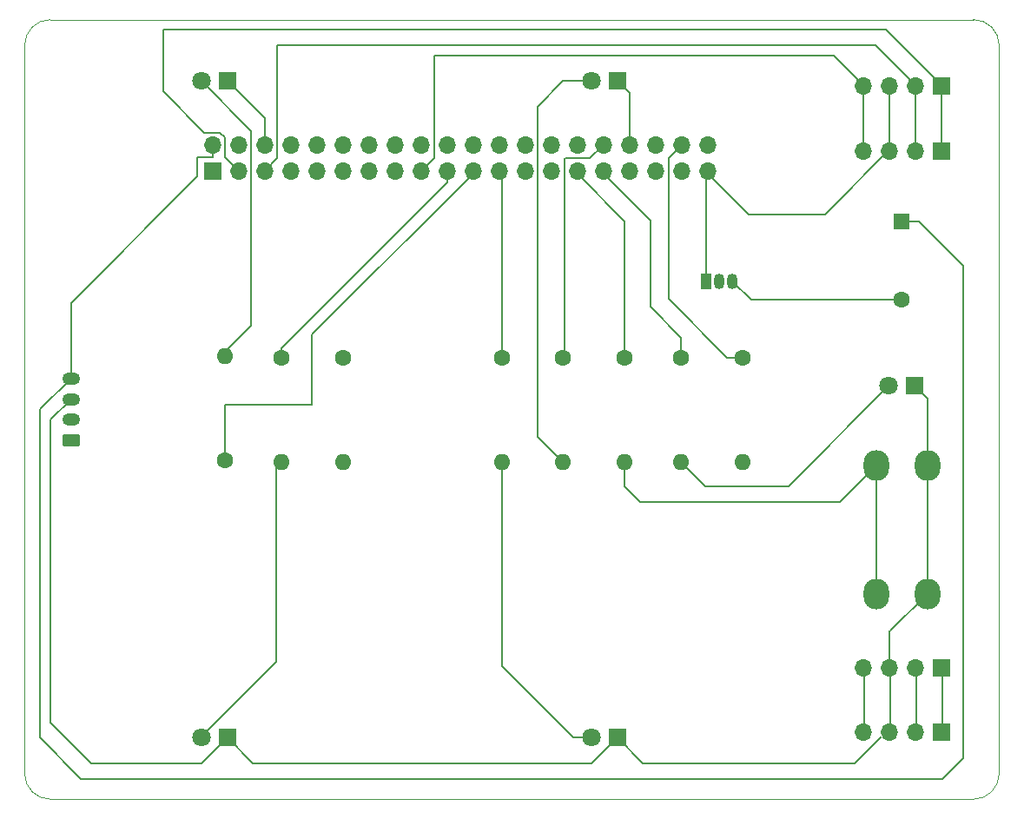
<source format=gbr>
%TF.GenerationSoftware,KiCad,Pcbnew,8.0.1*%
%TF.CreationDate,2024-04-28T12:21:07+02:00*%
%TF.ProjectId,IoT-Project,496f542d-5072-46f6-9a65-63742e6b6963,rev?*%
%TF.SameCoordinates,Original*%
%TF.FileFunction,Copper,L2,Bot*%
%TF.FilePolarity,Positive*%
%FSLAX46Y46*%
G04 Gerber Fmt 4.6, Leading zero omitted, Abs format (unit mm)*
G04 Created by KiCad (PCBNEW 8.0.1) date 2024-04-28 12:21:07*
%MOMM*%
%LPD*%
G01*
G04 APERTURE LIST*
G04 Aperture macros list*
%AMRoundRect*
0 Rectangle with rounded corners*
0 $1 Rounding radius*
0 $2 $3 $4 $5 $6 $7 $8 $9 X,Y pos of 4 corners*
0 Add a 4 corners polygon primitive as box body*
4,1,4,$2,$3,$4,$5,$6,$7,$8,$9,$2,$3,0*
0 Add four circle primitives for the rounded corners*
1,1,$1+$1,$2,$3*
1,1,$1+$1,$4,$5*
1,1,$1+$1,$6,$7*
1,1,$1+$1,$8,$9*
0 Add four rect primitives between the rounded corners*
20,1,$1+$1,$2,$3,$4,$5,0*
20,1,$1+$1,$4,$5,$6,$7,0*
20,1,$1+$1,$6,$7,$8,$9,0*
20,1,$1+$1,$8,$9,$2,$3,0*%
G04 Aperture macros list end*
%TA.AperFunction,ComponentPad*%
%ADD10R,1.800000X1.800000*%
%TD*%
%TA.AperFunction,ComponentPad*%
%ADD11C,1.800000*%
%TD*%
%TA.AperFunction,ComponentPad*%
%ADD12C,1.600000*%
%TD*%
%TA.AperFunction,ComponentPad*%
%ADD13O,1.600000X1.600000*%
%TD*%
%TA.AperFunction,ComponentPad*%
%ADD14R,1.700000X1.700000*%
%TD*%
%TA.AperFunction,ComponentPad*%
%ADD15O,1.700000X1.700000*%
%TD*%
%TA.AperFunction,ComponentPad*%
%ADD16R,1.600000X1.600000*%
%TD*%
%TA.AperFunction,ComponentPad*%
%ADD17O,2.500000X3.000000*%
%TD*%
%TA.AperFunction,ComponentPad*%
%ADD18R,1.050000X1.500000*%
%TD*%
%TA.AperFunction,ComponentPad*%
%ADD19O,1.050000X1.500000*%
%TD*%
%TA.AperFunction,ComponentPad*%
%ADD20RoundRect,0.250000X0.625000X-0.350000X0.625000X0.350000X-0.625000X0.350000X-0.625000X-0.350000X0*%
%TD*%
%TA.AperFunction,ComponentPad*%
%ADD21O,1.750000X1.200000*%
%TD*%
%TA.AperFunction,Conductor*%
%ADD22C,0.200000*%
%TD*%
%TA.AperFunction,Profile*%
%ADD23C,0.050000*%
%TD*%
G04 APERTURE END LIST*
D10*
%TO.P,S4,1,K*%
%TO.N,GND*%
X56275000Y-92500000D03*
D11*
%TO.P,S4,2,A*%
%TO.N,Net-(S4-A)*%
X53735000Y-92500000D03*
%TD*%
D12*
%TO.P,RLED2,1*%
%TO.N,/Sensor 2*%
X83000000Y-119500000D03*
D13*
%TO.P,RLED2,2*%
%TO.N,Net-(S2-A)*%
X83000000Y-129660000D03*
%TD*%
D12*
%TO.P,RLED0,1*%
%TO.N,/green*%
X100500000Y-119500000D03*
D13*
%TO.P,RLED0,2*%
%TO.N,Net-(Green1-A)*%
X100500000Y-129660000D03*
%TD*%
D10*
%TO.P,Green1,1,K*%
%TO.N,GND*%
X123275000Y-122200000D03*
D11*
%TO.P,Green1,2,A*%
%TO.N,Net-(Green1-A)*%
X120735000Y-122200000D03*
%TD*%
D14*
%TO.P,SEN2,1,Pin_1*%
%TO.N,/SDA*%
X125900000Y-149700000D03*
D15*
%TO.P,SEN2,2,Pin_2*%
%TO.N,/SLC*%
X123360000Y-149700000D03*
%TO.P,SEN2,3,Pin_3*%
%TO.N,GND*%
X120820000Y-149700000D03*
%TO.P,SEN2,4,Pin_4*%
%TO.N,+3.3V*%
X118280000Y-149700000D03*
%TD*%
D12*
%TO.P,RSW1,1*%
%TO.N,+3.3V*%
X67500000Y-119500000D03*
D13*
%TO.P,RSW1,2*%
%TO.N,Net-(RSW1-Pad2)*%
X67500000Y-129660000D03*
%TD*%
D16*
%TO.P,BZ1,1,+*%
%TO.N,+5V*%
X122000000Y-106200000D03*
D12*
%TO.P,BZ1,2,-*%
%TO.N,Net-(BZ1--)*%
X122000000Y-113800000D03*
%TD*%
D17*
%TO.P,SW1,1,1*%
%TO.N,GND*%
X124500000Y-130000000D03*
X124500000Y-142500000D03*
%TO.P,SW1,2,2*%
%TO.N,Net-(RSW1-Pad2)*%
X119500000Y-130000000D03*
X119500000Y-142500000D03*
%TD*%
D12*
%TO.P,RLED1,1*%
%TO.N,/Sensor 1*%
X61500000Y-119500000D03*
D13*
%TO.P,RLED1,2*%
%TO.N,Net-(S1-A)*%
X61500000Y-129660000D03*
%TD*%
D12*
%TO.P,RBUZZ1,1*%
%TO.N,/buzzer*%
X106500000Y-119500000D03*
D13*
%TO.P,RBUZZ1,2*%
%TO.N,Net-(TRANS1-B)*%
X106500000Y-129660000D03*
%TD*%
D12*
%TO.P,RLED4,1*%
%TO.N,/Sensor 4*%
X56000000Y-129500000D03*
D13*
%TO.P,RLED4,2*%
%TO.N,Net-(S4-A)*%
X56000000Y-119340000D03*
%TD*%
D18*
%TO.P,TRANS1,1,E*%
%TO.N,GND*%
X102960000Y-112000000D03*
D19*
%TO.P,TRANS1,2,B*%
%TO.N,Net-(TRANS1-B)*%
X104230000Y-112000000D03*
%TO.P,TRANS1,3,C*%
%TO.N,Net-(BZ1--)*%
X105500000Y-112000000D03*
%TD*%
D14*
%TO.P,SEN1,1,Pin_1*%
%TO.N,/SDA*%
X125900000Y-156000000D03*
D15*
%TO.P,SEN1,2,Pin_2*%
%TO.N,/SLC*%
X123360000Y-156000000D03*
%TO.P,SEN1,3,Pin_3*%
%TO.N,GND*%
X120820000Y-156000000D03*
%TO.P,SEN1,4,Pin_4*%
%TO.N,+3.3V*%
X118280000Y-156000000D03*
%TD*%
D12*
%TO.P,RSW2,1*%
%TO.N,/switch*%
X95000000Y-119500000D03*
D13*
%TO.P,RSW2,2*%
%TO.N,Net-(RSW1-Pad2)*%
X95000000Y-129660000D03*
%TD*%
D20*
%TO.P,LID1,1,Pin_1*%
%TO.N,/Lidar-UART*%
X41000000Y-127500000D03*
D21*
%TO.P,LID1,2,Pin_2*%
%TO.N,/Lidar*%
X41000000Y-125500000D03*
%TO.P,LID1,3,Pin_3*%
%TO.N,GND*%
X41000000Y-123500000D03*
%TO.P,LID1,4,Pin_4*%
%TO.N,+5V*%
X41000000Y-121500000D03*
%TD*%
D10*
%TO.P,S2,1,K*%
%TO.N,GND*%
X94275000Y-156500000D03*
D11*
%TO.P,S2,2,A*%
%TO.N,Net-(S2-A)*%
X91735000Y-156500000D03*
%TD*%
D12*
%TO.P,RLED3,1*%
%TO.N,/Sensor 3*%
X89000000Y-119500000D03*
D13*
%TO.P,RLED3,2*%
%TO.N,Net-(S3-A)*%
X89000000Y-129660000D03*
%TD*%
D14*
%TO.P,SEN4,1,Pin_1*%
%TO.N,/SDA*%
X125900000Y-93000000D03*
D15*
%TO.P,SEN4,2,Pin_2*%
%TO.N,/SLC*%
X123360000Y-93000000D03*
%TO.P,SEN4,3,Pin_3*%
%TO.N,GND*%
X120820000Y-93000000D03*
%TO.P,SEN4,4,Pin_4*%
%TO.N,+3.3V*%
X118280000Y-93000000D03*
%TD*%
D14*
%TO.P,SEN3,1,Pin_1*%
%TO.N,/SDA*%
X125900000Y-99300000D03*
D15*
%TO.P,SEN3,2,Pin_2*%
%TO.N,/SLC*%
X123360000Y-99300000D03*
%TO.P,SEN3,3,Pin_3*%
%TO.N,GND*%
X120820000Y-99300000D03*
%TO.P,SEN3,4,Pin_4*%
%TO.N,+3.3V*%
X118280000Y-99300000D03*
%TD*%
D10*
%TO.P,S1,1,K*%
%TO.N,GND*%
X56275000Y-156500000D03*
D11*
%TO.P,S1,2,A*%
%TO.N,Net-(S1-A)*%
X53735000Y-156500000D03*
%TD*%
D14*
%TO.P,J1,1,3V3*%
%TO.N,+3.3V*%
X54800000Y-101250000D03*
D15*
%TO.P,J1,2,5V*%
%TO.N,+5V*%
X54800000Y-98710000D03*
%TO.P,J1,3,SDA/GPIO2*%
%TO.N,/SDA*%
X57340000Y-101250000D03*
%TO.P,J1,4,5V*%
%TO.N,+5V*%
X57340000Y-98710000D03*
%TO.P,J1,5,SCL/GPIO3*%
%TO.N,/SLC*%
X59880000Y-101250000D03*
%TO.P,J1,6,GND*%
%TO.N,GND*%
X59880000Y-98710000D03*
%TO.P,J1,7,GCLK0/GPIO4*%
%TO.N,unconnected-(J1-GCLK0{slash}GPIO4-Pad7)*%
X62420000Y-101250000D03*
%TO.P,J1,8,GPIO14/TXD*%
%TO.N,unconnected-(J1-GPIO14{slash}TXD-Pad8)*%
X62420000Y-98710000D03*
%TO.P,J1,9,GND*%
%TO.N,GND*%
X64960000Y-101250000D03*
%TO.P,J1,10,GPIO15/RXD*%
%TO.N,/Lidar-UART*%
X64960000Y-98710000D03*
%TO.P,J1,11,GPIO17*%
%TO.N,unconnected-(J1-GPIO17-Pad11)*%
X67500000Y-101250000D03*
%TO.P,J1,12,GPIO18/PWM0*%
%TO.N,unconnected-(J1-GPIO18{slash}PWM0-Pad12)*%
X67500000Y-98710000D03*
%TO.P,J1,13,GPIO27*%
%TO.N,unconnected-(J1-GPIO27-Pad13)*%
X70040000Y-101250000D03*
%TO.P,J1,14,GND*%
%TO.N,GND*%
X70040000Y-98710000D03*
%TO.P,J1,15,GPIO22*%
%TO.N,unconnected-(J1-GPIO22-Pad15)*%
X72580000Y-101250000D03*
%TO.P,J1,16,GPIO23*%
%TO.N,unconnected-(J1-GPIO23-Pad16)*%
X72580000Y-98710000D03*
%TO.P,J1,17,3V3*%
%TO.N,+3.3V*%
X75120000Y-101250000D03*
%TO.P,J1,18,GPIO24*%
%TO.N,unconnected-(J1-GPIO24-Pad18)*%
X75120000Y-98710000D03*
%TO.P,J1,19,MOSI0/GPIO10*%
%TO.N,/Sensor 1*%
X77660000Y-101250000D03*
%TO.P,J1,20,GND*%
%TO.N,GND*%
X77660000Y-98710000D03*
%TO.P,J1,21,MISO0/GPIO9*%
%TO.N,/Sensor 4*%
X80200000Y-101250000D03*
%TO.P,J1,22,GPIO25*%
%TO.N,unconnected-(J1-GPIO25-Pad22)*%
X80200000Y-98710000D03*
%TO.P,J1,23,SCLK0/GPIO11*%
%TO.N,/Sensor 2*%
X82740000Y-101250000D03*
%TO.P,J1,24,~{CE0}/GPIO8*%
%TO.N,unconnected-(J1-~{CE0}{slash}GPIO8-Pad24)*%
X82740000Y-98710000D03*
%TO.P,J1,25,GND*%
%TO.N,GND*%
X85280000Y-101250000D03*
%TO.P,J1,26,~{CE1}/GPIO7*%
%TO.N,unconnected-(J1-~{CE1}{slash}GPIO7-Pad26)*%
X85280000Y-98710000D03*
%TO.P,J1,27,ID_SD/GPIO0*%
%TO.N,unconnected-(J1-ID_SD{slash}GPIO0-Pad27)*%
X87820000Y-101250000D03*
%TO.P,J1,28,ID_SC/GPIO1*%
%TO.N,unconnected-(J1-ID_SC{slash}GPIO1-Pad28)*%
X87820000Y-98710000D03*
%TO.P,J1,29,GCLK1/GPIO5*%
%TO.N,/switch*%
X90360000Y-101250000D03*
%TO.P,J1,30,GND*%
%TO.N,GND*%
X90360000Y-98710000D03*
%TO.P,J1,31,GCLK2/GPIO6*%
%TO.N,/green*%
X92900000Y-101250000D03*
%TO.P,J1,32,PWM0/GPIO12*%
%TO.N,/Sensor 3*%
X92900000Y-98710000D03*
%TO.P,J1,33,PWM1/GPIO13*%
%TO.N,/Lidar*%
X95440000Y-101250000D03*
%TO.P,J1,34,GND*%
%TO.N,GND*%
X95440000Y-98710000D03*
%TO.P,J1,35,GPIO19/MISO1*%
%TO.N,unconnected-(J1-GPIO19{slash}MISO1-Pad35)*%
X97980000Y-101250000D03*
%TO.P,J1,36,GPIO16*%
%TO.N,unconnected-(J1-GPIO16-Pad36)*%
X97980000Y-98710000D03*
%TO.P,J1,37,GPIO26*%
%TO.N,unconnected-(J1-GPIO26-Pad37)*%
X100520000Y-101250000D03*
%TO.P,J1,38,GPIO20/MOSI1*%
%TO.N,/buzzer*%
X100520000Y-98710000D03*
%TO.P,J1,39,GND*%
%TO.N,GND*%
X103060000Y-101250000D03*
%TO.P,J1,40,GPIO21/SCLK1*%
%TO.N,unconnected-(J1-GPIO21{slash}SCLK1-Pad40)*%
X103060000Y-98710000D03*
%TD*%
D10*
%TO.P,S3,1,K*%
%TO.N,GND*%
X94275000Y-92500000D03*
D11*
%TO.P,S3,2,A*%
%TO.N,Net-(S3-A)*%
X91735000Y-92500000D03*
%TD*%
D22*
%TO.N,Net-(S3-A)*%
X91735000Y-92500000D02*
X89000000Y-92500000D01*
X89000000Y-92500000D02*
X86500000Y-95000000D01*
X86500000Y-95000000D02*
X86500000Y-127160000D01*
X86500000Y-127160000D02*
X89000000Y-129660000D01*
%TO.N,GND*%
X94275000Y-92500000D02*
X95440000Y-93665000D01*
X95440000Y-93665000D02*
X95440000Y-98710000D01*
X56275000Y-92500000D02*
X59880000Y-96105000D01*
X59880000Y-96105000D02*
X59880000Y-98710000D01*
%TO.N,Net-(S4-A)*%
X53735000Y-92500000D02*
X58600000Y-97365000D01*
X58600000Y-116300000D02*
X56000000Y-118900000D01*
X58600000Y-97365000D02*
X58600000Y-116300000D01*
X56000000Y-118900000D02*
X56000000Y-119340000D01*
%TO.N,Net-(S1-A)*%
X61500000Y-129660000D02*
X61000000Y-130160000D01*
X61000000Y-149117500D02*
X53735000Y-156382500D01*
X53735000Y-156382500D02*
X53735000Y-156500000D01*
X61000000Y-130160000D02*
X61000000Y-149117500D01*
%TO.N,Net-(S2-A)*%
X91735000Y-156500000D02*
X90000000Y-156500000D01*
X90000000Y-156500000D02*
X83000000Y-149500000D01*
X83000000Y-149500000D02*
X83000000Y-129660000D01*
%TO.N,GND*%
X94275000Y-156500000D02*
X96775000Y-159000000D01*
X96775000Y-159000000D02*
X117420000Y-159000000D01*
X117420000Y-159000000D02*
X120020000Y-156400000D01*
X56275000Y-156500000D02*
X58775000Y-159000000D01*
X58775000Y-159000000D02*
X91775000Y-159000000D01*
X91775000Y-159000000D02*
X94275000Y-156500000D01*
X56275000Y-156500000D02*
X53775000Y-159000000D01*
X53775000Y-159000000D02*
X43000000Y-159000000D01*
X43000000Y-159000000D02*
X39000000Y-155000000D01*
X39000000Y-155000000D02*
X39000000Y-125500000D01*
X39000000Y-125500000D02*
X41000000Y-123500000D01*
%TO.N,+5V*%
X41000000Y-121500000D02*
X41000000Y-114100000D01*
X41000000Y-114100000D02*
X53300000Y-101800000D01*
X53300000Y-101800000D02*
X53300000Y-99900000D01*
X53300000Y-99900000D02*
X54800000Y-99900000D01*
X54800000Y-99900000D02*
X54800000Y-98710000D01*
%TO.N,+3.3V*%
X118380000Y-93000000D02*
X115380000Y-90000000D01*
X115380000Y-90000000D02*
X76400000Y-90000000D01*
X76400000Y-90000000D02*
X76400000Y-99970000D01*
X76400000Y-99970000D02*
X75120000Y-101250000D01*
%TO.N,/SLC*%
X123460000Y-93000000D02*
X119460000Y-89000000D01*
X119460000Y-89000000D02*
X61100000Y-89000000D01*
X61100000Y-89000000D02*
X61100000Y-100030000D01*
X61100000Y-100030000D02*
X59880000Y-101250000D01*
%TO.N,/Sensor 3*%
X89000000Y-119500000D02*
X89100000Y-119400000D01*
X89100000Y-119400000D02*
X89100000Y-100100000D01*
X91610000Y-100000000D02*
X92900000Y-98710000D01*
X89100000Y-100100000D02*
X89200000Y-100000000D01*
X89200000Y-100000000D02*
X91610000Y-100000000D01*
%TO.N,+5V*%
X128000000Y-110500000D02*
X128000000Y-158500000D01*
X122000000Y-106200000D02*
X123700000Y-106200000D01*
X123700000Y-106200000D02*
X128000000Y-110500000D01*
X126000000Y-160500000D02*
X42000000Y-160500000D01*
X38000000Y-124500000D02*
X41000000Y-121500000D01*
X38000000Y-156500000D02*
X38000000Y-124500000D01*
X128000000Y-158500000D02*
X126000000Y-160500000D01*
X42000000Y-160500000D02*
X38000000Y-156500000D01*
%TO.N,Net-(BZ1--)*%
X122000000Y-113800000D02*
X107300000Y-113800000D01*
X107300000Y-113800000D02*
X105500000Y-112000000D01*
%TO.N,GND*%
X102960000Y-112000000D02*
X102960000Y-101350000D01*
X120020000Y-156000000D02*
X120820000Y-156000000D01*
X102960000Y-101350000D02*
X103060000Y-101250000D01*
X120920000Y-155900000D02*
X120820000Y-156000000D01*
X120920000Y-149700000D02*
X120920000Y-156300000D01*
X120920000Y-146080000D02*
X124500000Y-142500000D01*
X124500000Y-130000000D02*
X124500000Y-123425000D01*
X120820000Y-93000000D02*
X120820000Y-99000000D01*
X124500000Y-142500000D02*
X124500000Y-130000000D01*
X107060000Y-105500000D02*
X114500000Y-105500000D01*
X114500000Y-105500000D02*
X121000000Y-99000000D01*
X120400000Y-99000000D02*
X120820000Y-99000000D01*
X103060000Y-101500000D02*
X107060000Y-105500000D01*
X120820000Y-149700000D02*
X120820000Y-146080000D01*
X103060000Y-101250000D02*
X103060000Y-101500000D01*
X124500000Y-123425000D02*
X123275000Y-122200000D01*
%TO.N,+3.3V*%
X118280000Y-99000000D02*
X118280000Y-93000000D01*
X118380000Y-156300000D02*
X118380000Y-149700000D01*
X118280000Y-93000000D02*
X117780000Y-93000000D01*
X118280000Y-156000000D02*
X118380000Y-155900000D01*
%TO.N,/buzzer*%
X105000000Y-119500000D02*
X99250000Y-113750000D01*
X106500000Y-119500000D02*
X105000000Y-119500000D01*
X99250000Y-113750000D02*
X99250000Y-99980000D01*
X99250000Y-99980000D02*
X100520000Y-98710000D01*
%TO.N,/Sensor 4*%
X64500000Y-117200000D02*
X80200000Y-101500000D01*
X64500000Y-124000000D02*
X64500000Y-117200000D01*
X56000000Y-124000000D02*
X64500000Y-124000000D01*
X80200000Y-101500000D02*
X80200000Y-101250000D01*
X56000000Y-129500000D02*
X56000000Y-124000000D01*
%TO.N,/Sensor 1*%
X61500000Y-119500000D02*
X61500000Y-118500000D01*
X61500000Y-118500000D02*
X77660000Y-102340000D01*
X77660000Y-102340000D02*
X77660000Y-101250000D01*
%TO.N,/green*%
X92900000Y-101500000D02*
X92900000Y-101250000D01*
X100500000Y-117500000D02*
X97500000Y-114500000D01*
X97500000Y-114500000D02*
X97500000Y-106100000D01*
X97500000Y-106100000D02*
X92900000Y-101500000D01*
X100500000Y-119500000D02*
X100500000Y-117500000D01*
%TO.N,/SLC*%
X123460000Y-156300000D02*
X123460000Y-149700000D01*
X123360000Y-93000000D02*
X122860000Y-93000000D01*
X123360000Y-93000000D02*
X123360000Y-99000000D01*
X123360000Y-156000000D02*
X123460000Y-155900000D01*
%TO.N,/switch*%
X95000000Y-119500000D02*
X95000000Y-106140000D01*
X95000000Y-106140000D02*
X90360000Y-101500000D01*
X90360000Y-101500000D02*
X90360000Y-101250000D01*
%TO.N,/SDA*%
X125900000Y-156000000D02*
X126000000Y-155900000D01*
X125900000Y-93000000D02*
X125400000Y-93000000D01*
X125900000Y-93000000D02*
X125900000Y-99000000D01*
X50000000Y-93500000D02*
X54000000Y-97500000D01*
X55500000Y-97500000D02*
X56000000Y-98000000D01*
X50000000Y-87500000D02*
X50000000Y-93500000D01*
X54000000Y-97500000D02*
X55500000Y-97500000D01*
X126000000Y-156300000D02*
X126000000Y-149700000D01*
X56000000Y-99910000D02*
X57340000Y-101250000D01*
X126000000Y-93000000D02*
X120500000Y-87500000D01*
X56000000Y-98000000D02*
X56000000Y-99910000D01*
X120500000Y-87500000D02*
X50000000Y-87500000D01*
%TO.N,/Sensor 2*%
X83000000Y-119500000D02*
X83000000Y-101510000D01*
X83000000Y-101510000D02*
X82740000Y-101250000D01*
%TO.N,Net-(Green1-A)*%
X120735000Y-122200000D02*
X110935000Y-132000000D01*
X110935000Y-132000000D02*
X102840000Y-132000000D01*
X102840000Y-132000000D02*
X100500000Y-129660000D01*
%TO.N,Net-(RSW1-Pad2)*%
X119500000Y-142500000D02*
X119500000Y-130000000D01*
X96500000Y-133500000D02*
X116000000Y-133500000D01*
X95000000Y-129660000D02*
X95000000Y-132000000D01*
X116000000Y-133500000D02*
X119500000Y-130000000D01*
X95000000Y-132000000D02*
X96500000Y-133500000D01*
%TD*%
D23*
X129000000Y-162500000D02*
X39000000Y-162500000D01*
X131500000Y-89000000D02*
X131500000Y-160000000D01*
X39000000Y-86500000D02*
X129000000Y-86500000D01*
X36500000Y-160000000D02*
X36500000Y-89000000D01*
X39000000Y-162500000D02*
G75*
G02*
X36500000Y-160000000I0J2500000D01*
G01*
X131500000Y-160000000D02*
G75*
G02*
X129000000Y-162500000I-2500000J0D01*
G01*
X36500000Y-89000000D02*
G75*
G02*
X39000000Y-86500000I2500000J0D01*
G01*
X129000000Y-86500000D02*
G75*
G02*
X131500000Y-89000000I0J-2500000D01*
G01*
M02*

</source>
